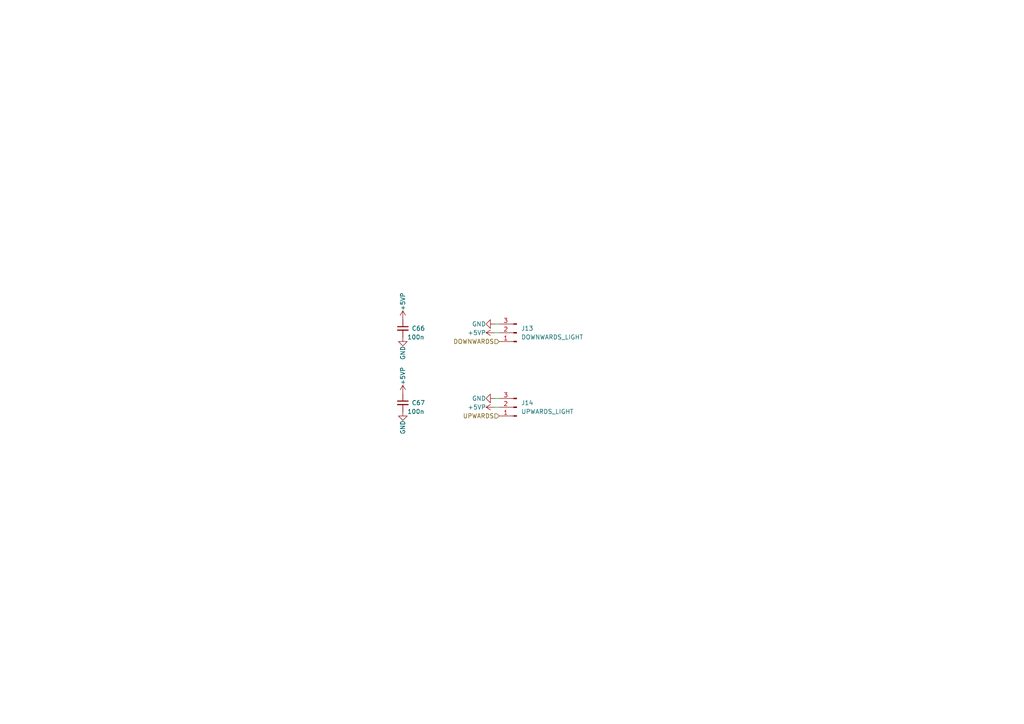
<source format=kicad_sch>
(kicad_sch (version 20211123) (generator eeschema)
  (paper "A4")
  (title_block (title "LumenPnP Motherboard") (date "2022-10-06") (rev "04A") (company "Opulo.io") (comment 1 "Reengineered by Magpie"))
  (lib_symbols
    (symbol "Connector:Conn_01x03_Male" (pin_names (offset 1.016) hide)
      (property "Reference" "J" (at 0 5.08 0))
      (property "Value" "Conn_01x03_Male" (at 0 -5.08 0))
      (symbol "Conn_01x03_Male_1_1"
        (polyline (pts (xy 1.27 -2.54) (xy 0.8636 -2.54)) (stroke (width 0.1524)))
        (polyline (pts (xy 1.27 0) (xy 0.8636 0)) (stroke (width 0.1524)))
        (polyline (pts (xy 1.27 2.54) (xy 0.8636 2.54)) (stroke (width 0.1524)))
        (rectangle (start 0.8636 -2.413) (end 0 -2.667) (stroke (width 0.1524)) (fill (type outline)))
        (rectangle (start 0.8636 0.127) (end 0 -0.127) (stroke (width 0.1524)) (fill (type outline)))
        (rectangle (start 0.8636 2.667) (end 0 2.413) (stroke (width 0.1524)) (fill (type outline)))
        (pin passive line (at 5.08 2.54 180) (length 3.81) (name "Pin_1") (number "1"))
        (pin passive line (at 5.08 0 180) (length 3.81) (name "Pin_2") (number "2"))
        (pin passive line (at 5.08 -2.54 180) (length 3.81) (name "Pin_3") (number "3"))
      )
    )
    (symbol "Device:C_Small" (pin_numbers hide) (pin_names (offset 0.254) hide)
      (property "Reference" "C" (at 0.254 1.778 0))
      (property "Value" "C_Small" (at 0.254 -2.032 0))
      (symbol "C_Small_0_1"
        (polyline (pts (xy -1.524 -0.508) (xy 1.524 -0.508)) (stroke (width 0.3302)))
        (polyline (pts (xy -1.524 0.508) (xy 1.524 0.508)) (stroke (width 0.3048)))
      )
      (symbol "C_Small_1_1"
        (pin passive line (at 0 2.54 270) (length 2.032) (name "~") (number "1"))
        (pin passive line (at 0 -2.54 90) (length 2.032) (name "~") (number "2"))
      )
    )
    (symbol "power:+5VP" (power) (pin_names (offset 0))
      (property "Value" "+5VP" (at 0 3.556 0))
      (symbol "+5VP_0_1"
        (polyline (pts (xy -0.762 1.27) (xy 0 2.54)))
        (polyline (pts (xy 0 0) (xy 0 2.54)))
        (polyline (pts (xy 0 2.54) (xy 0.762 1.27)))
      )
      (symbol "+5VP_1_1"
        (pin power_in line (at 0 0 90) (length 0) hide (name "+5VP") (number "1"))
      )
    )
    (symbol "power:GND" (power) (pin_names (offset 0))
      (property "Value" "GND" (at 0 -3.81 0))
      (symbol "GND_0_1"
        (polyline (pts (xy 0 0) (xy 0 -1.27) (xy 1.27 -1.27) (xy 0 -2.54) (xy -1.27 -1.27) (xy 0 -1.27)))
      )
      (symbol "GND_1_1"
        (pin power_in line (at 0 0 270) (length 0) hide (name "GND") (number "1"))
      )
    )
  )
  (wire (pts (xy 143.51 115.57) (xy 144.78 115.57)))
  (wire (pts (xy 143.51 96.52) (xy 144.78 96.52)))
  (wire (pts (xy 143.51 118.11) (xy 144.78 118.11)))
  (wire (pts (xy 143.51 93.98) (xy 144.78 93.98)))
  (hierarchical_label "UPWARDS" (shape input) (at 144.78 120.65 180))
  (hierarchical_label "DOWNWARDS" (shape input) (at 144.78 99.06 180))
  (symbol (lib_id "Connector:Conn_01x03_Male") (at 149.86 96.52 180) (unit 1)
    (property "Reference" "J13" (at 151.13 95.25 0) (effects (justify right)))
    (property "Value" "DOWNWARDS_LIGHT" (at 151.13 97.79 0) (effects (justify right)))
    (property "Footprint" "Connector_JST:JST_XH_B3B-XH-A_1x03_P2.50mm_Vertical" (effects hide))
    (property "Digikey" "455-2248-ND" (effects hide))
    (property "Mouser" "Digikey" (effects hide))
  )
  (symbol (lib_id "Connector:Conn_01x03_Male") (at 149.86 118.11 180) (unit 1)
    (property "Reference" "J14" (at 151.13 116.84 0) (effects (justify right)))
    (property "Value" "UPWARDS_LIGHT" (at 151.13 119.38 0) (effects (justify right)))
    (property "Footprint" "Connector_JST:JST_XH_B3B-XH-A_1x03_P2.50mm_Vertical" (effects hide))
    (property "Digikey" "455-2248-ND" (effects hide))
    (property "Mouser" "Digikey" (effects hide))
  )
  (symbol (lib_id "power:GND") (at 116.84 97.79 0) (unit 1)
    (property "Reference" "#PWR023" (effects hide))
    (property "Value" "GND" (at 116.84 100.33 90) (effects (justify right)))
  )
  (symbol (lib_id "Device:C_Small") (at 116.84 116.84 0) (unit 1)
    (property "Reference" "C67" (at 119.38 116.84 0) (effects (justify left)))
    (property "Value" "100n" (at 118.11 119.38 0) (effects (justify left)))
    (property "Footprint" "Capacitor_SMD:C_0805_2012Metric" (effects hide))
    (property "Mouser" "710-885012207098" (effects hide))
  )
  (symbol (lib_id "Device:C_Small") (at 116.84 95.25 0) (unit 1)
    (property "Reference" "C66" (at 119.38 95.25 0) (effects (justify left)))
    (property "Value" "100n" (at 118.11 97.79 0) (effects (justify left)))
    (property "Footprint" "Capacitor_SMD:C_0805_2012Metric" (effects hide))
    (property "Mouser" "710-885012207098" (effects hide))
  )
  (symbol (lib_id "power:+5VP") (at 143.51 96.52 90) (unit 1)
    (property "Reference" "#PWR0163" (effects hide))
    (property "Value" "+5VP" (at 140.97 96.52 90) (effects (justify left)))
  )
  (symbol (lib_id "power:GND") (at 116.84 119.38 0) (unit 1)
    (property "Reference" "#PWR025" (effects hide))
    (property "Value" "GND" (at 116.84 121.92 90) (effects (justify right)))
  )
  (symbol (lib_id "power:+5VP") (at 116.84 92.71 0) (unit 1)
    (property "Reference" "#PWR013" (effects hide))
    (property "Value" "+5VP" (at 116.84 90.17 90) (effects (justify left)))
  )
  (symbol (lib_id "power:+5VP") (at 116.84 114.3 0) (unit 1)
    (property "Reference" "#PWR024" (effects hide))
    (property "Value" "+5VP" (at 116.84 111.76 90) (effects (justify left)))
  )
  (symbol (lib_id "power:GND") (at 143.51 93.98 270) (unit 1)
    (property "Reference" "#PWR0162" (effects hide))
    (property "Value" "GND" (at 140.97 93.98 90) (effects (justify right)))
  )
  (symbol (lib_id "power:GND") (at 143.51 115.57 270) (unit 1)
    (property "Reference" "#PWR0164" (effects hide))
    (property "Value" "GND" (at 140.97 115.57 90) (effects (justify right)))
  )
  (symbol (lib_id "power:+5VP") (at 143.51 118.11 90) (unit 1)
    (property "Reference" "#PWR0165" (effects hide))
    (property "Value" "+5VP" (at 140.97 118.11 90) (effects (justify left)))
  )
)
</source>
